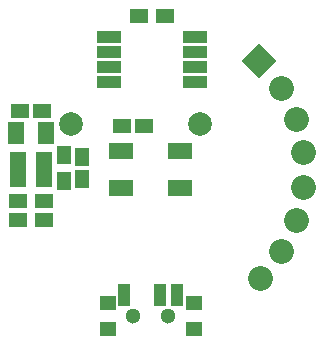
<source format=gts>
G04 #@! TF.FileFunction,Soldermask,Top*
%FSLAX46Y46*%
G04 Gerber Fmt 4.6, Leading zero omitted, Abs format (unit mm)*
G04 Created by KiCad (PCBNEW 4.0.7-e2-6376~58~ubuntu16.04.1) date Fri Nov 23 22:20:00 2018*
%MOMM*%
%LPD*%
G01*
G04 APERTURE LIST*
%ADD10C,0.100000*%
%ADD11R,1.400000X1.900000*%
%ADD12C,2.000000*%
%ADD13C,2.100000*%
%ADD14R,1.600000X1.150000*%
%ADD15R,1.150000X1.600000*%
%ADD16R,2.000000X1.400000*%
%ADD17R,1.600000X1.300000*%
%ADD18R,1.300000X1.600000*%
%ADD19R,1.460000X1.050000*%
%ADD20C,1.300000*%
%ADD21R,1.100000X1.900000*%
%ADD22R,1.400000X1.200000*%
%ADD23R,2.100000X1.050000*%
G04 APERTURE END LIST*
D10*
D11*
X6076000Y-11938000D03*
X3576000Y-11938000D03*
D12*
X19177000Y-11176000D03*
D10*
G36*
X24192388Y-7292536D02*
X22707464Y-5807612D01*
X24192388Y-4322688D01*
X25677312Y-5807612D01*
X24192388Y-7292536D01*
X24192388Y-7292536D01*
G37*
D13*
X26006552Y-8082211D02*
X26006552Y-8082211D01*
X27269412Y-10703313D02*
X27269412Y-10703313D01*
X27917714Y-13539631D02*
X27917714Y-13539631D01*
X27918983Y-16449096D02*
X27918983Y-16449096D01*
X27273157Y-19285979D02*
X27273157Y-19285979D01*
X26012586Y-21908182D02*
X26012586Y-21908182D01*
X24200407Y-24184362D02*
X24200407Y-24184362D01*
D14*
X5776000Y-10033000D03*
X3876000Y-10033000D03*
D15*
X9144000Y-13909000D03*
X9144000Y-15809000D03*
D16*
X17500000Y-16600000D03*
X17500000Y-13400000D03*
X12500000Y-16600000D03*
X12500000Y-13400000D03*
D17*
X3726000Y-19304000D03*
X5926000Y-19304000D03*
D18*
X7620000Y-13759000D03*
X7620000Y-15959000D03*
D17*
X5926000Y-17653000D03*
X3726000Y-17653000D03*
X16213000Y-1968500D03*
X14013000Y-1968500D03*
D19*
X3726000Y-14036000D03*
X3726000Y-14986000D03*
X3726000Y-15936000D03*
X5926000Y-15936000D03*
X5926000Y-14036000D03*
X5926000Y-14986000D03*
D20*
X13486000Y-27381000D03*
X16486000Y-27381000D03*
D21*
X12736000Y-25621000D03*
X15736000Y-25621000D03*
X17236000Y-25621000D03*
D22*
X11336000Y-28481000D03*
X18636000Y-28481000D03*
X18636000Y-26271000D03*
X11336000Y-26271000D03*
D14*
X12512000Y-11303000D03*
X14412000Y-11303000D03*
D12*
X8255000Y-11176000D03*
D23*
X11463000Y-3810000D03*
X11463000Y-5080000D03*
X11463000Y-6350000D03*
X11463000Y-7620000D03*
X18763000Y-7620000D03*
X18763000Y-6350000D03*
X18763000Y-5080000D03*
X18763000Y-3810000D03*
M02*

</source>
